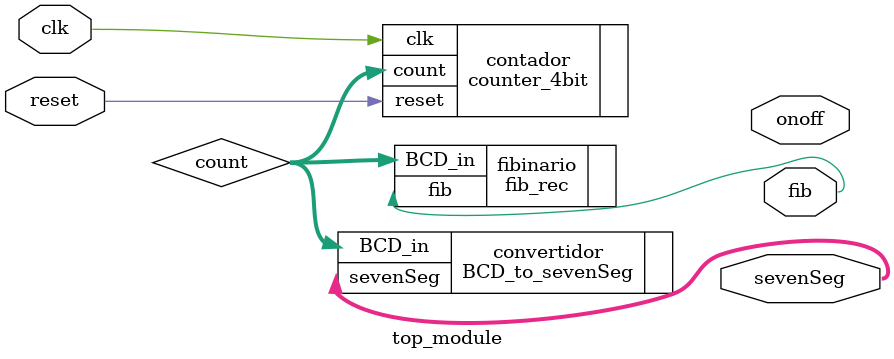
<source format=sv>
`timescale 1ns / 1ps

module top_module(
    input logic     clk, reset,
    output logic    fib, onoff,
    output logic [6:0] sevenSeg
    );
    
    logic [3:0] count; // se define para asignar a la salida del contador
       
    counter_4bit contador(      //instancia del contador de 4 bits, nombrada "contador"
        .clk(clk), .reset(reset), .count(count));  // se le asignan las entradas y salida.
        
    BCD_to_sevenSeg convertidor(  //instacia del BCD a 7 seg nombrada "conversor"
        .BCD_in(count), .sevenSeg(sevenSeg)); // se asignan entrada y salida.
        
    fib_rec fibinario(      // instacia del reconocedor de fibinarios nombrado "fibinario"
         .BCD_in(count), .fib(fib)); // se asignan entrada y salida
         
         // aqui ya tenemos instanciados los 3 modulos y sus interconexiones
         //la salida onoff todavia no se a asignado, sera para activar/desactivar el display, es el switch.
endmodule

</source>
